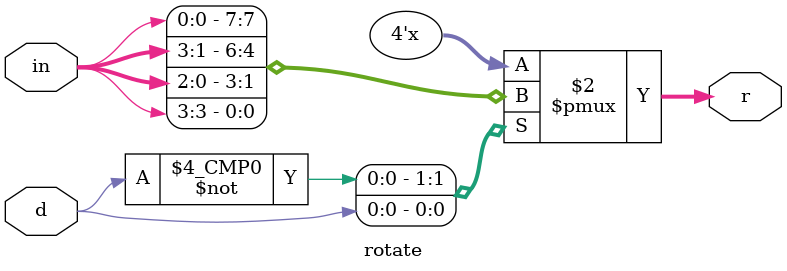
<source format=v>
module rotate(input [3:0] in, input d, output reg [3:0] r);
always @(*) begin
	case(d)
		1'b0: r={in[0],in[3:1]};
		1'b1: r={in[2:0],in[3]};
	endcase
end
endmodule

</source>
